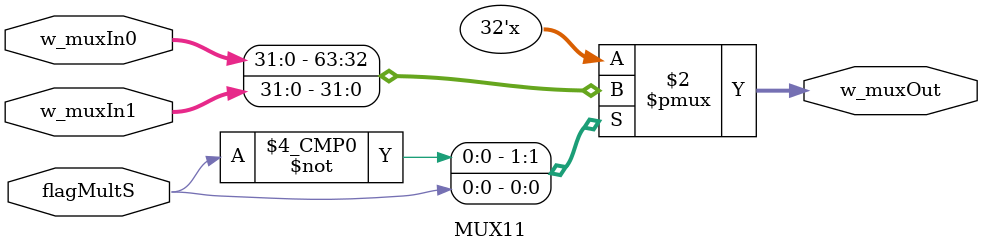
<source format=v>
module MUX11 (flagMultS, w_muxIn0, w_muxIn1, w_muxOut);

	input flagMultS;
	input [31:0] w_muxIn0, w_muxIn1;
	output reg[31:0] w_muxOut;

always @(*)

begin
	case (flagMultS)
        1'b0: begin
			w_muxOut[31:0] = w_muxIn0[31:0];
		end
		1'b1: begin
			w_muxOut[31:0] = w_muxIn1[31:0];
		end
	endcase
end

endmodule
</source>
